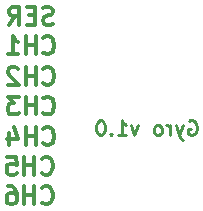
<source format=gbr>
%TF.GenerationSoftware,KiCad,Pcbnew,9.0.0*%
%TF.CreationDate,2025-06-23T18:52:12-04:00*%
%TF.ProjectId,CRSF_PWM_Gyro,43525346-5f50-4574-9d5f-4779726f2e6b,rev?*%
%TF.SameCoordinates,Original*%
%TF.FileFunction,Legend,Bot*%
%TF.FilePolarity,Positive*%
%FSLAX46Y46*%
G04 Gerber Fmt 4.6, Leading zero omitted, Abs format (unit mm)*
G04 Created by KiCad (PCBNEW 9.0.0) date 2025-06-23 18:52:12*
%MOMM*%
%LPD*%
G01*
G04 APERTURE LIST*
%ADD10C,0.300000*%
%ADD11C,0.250000*%
G04 APERTURE END LIST*
D10*
X131483082Y-96635471D02*
X131554510Y-96706900D01*
X131554510Y-96706900D02*
X131768796Y-96778328D01*
X131768796Y-96778328D02*
X131911653Y-96778328D01*
X131911653Y-96778328D02*
X132125939Y-96706900D01*
X132125939Y-96706900D02*
X132268796Y-96564042D01*
X132268796Y-96564042D02*
X132340225Y-96421185D01*
X132340225Y-96421185D02*
X132411653Y-96135471D01*
X132411653Y-96135471D02*
X132411653Y-95921185D01*
X132411653Y-95921185D02*
X132340225Y-95635471D01*
X132340225Y-95635471D02*
X132268796Y-95492614D01*
X132268796Y-95492614D02*
X132125939Y-95349757D01*
X132125939Y-95349757D02*
X131911653Y-95278328D01*
X131911653Y-95278328D02*
X131768796Y-95278328D01*
X131768796Y-95278328D02*
X131554510Y-95349757D01*
X131554510Y-95349757D02*
X131483082Y-95421185D01*
X130840225Y-96778328D02*
X130840225Y-95278328D01*
X130840225Y-95992614D02*
X129983082Y-95992614D01*
X129983082Y-96778328D02*
X129983082Y-95278328D01*
X128625939Y-95278328D02*
X128911653Y-95278328D01*
X128911653Y-95278328D02*
X129054510Y-95349757D01*
X129054510Y-95349757D02*
X129125939Y-95421185D01*
X129125939Y-95421185D02*
X129268796Y-95635471D01*
X129268796Y-95635471D02*
X129340224Y-95921185D01*
X129340224Y-95921185D02*
X129340224Y-96492614D01*
X129340224Y-96492614D02*
X129268796Y-96635471D01*
X129268796Y-96635471D02*
X129197367Y-96706900D01*
X129197367Y-96706900D02*
X129054510Y-96778328D01*
X129054510Y-96778328D02*
X128768796Y-96778328D01*
X128768796Y-96778328D02*
X128625939Y-96706900D01*
X128625939Y-96706900D02*
X128554510Y-96635471D01*
X128554510Y-96635471D02*
X128483081Y-96492614D01*
X128483081Y-96492614D02*
X128483081Y-96135471D01*
X128483081Y-96135471D02*
X128554510Y-95992614D01*
X128554510Y-95992614D02*
X128625939Y-95921185D01*
X128625939Y-95921185D02*
X128768796Y-95849757D01*
X128768796Y-95849757D02*
X129054510Y-95849757D01*
X129054510Y-95849757D02*
X129197367Y-95921185D01*
X129197367Y-95921185D02*
X129268796Y-95992614D01*
X129268796Y-95992614D02*
X129340224Y-96135471D01*
X131483082Y-94135471D02*
X131554510Y-94206900D01*
X131554510Y-94206900D02*
X131768796Y-94278328D01*
X131768796Y-94278328D02*
X131911653Y-94278328D01*
X131911653Y-94278328D02*
X132125939Y-94206900D01*
X132125939Y-94206900D02*
X132268796Y-94064042D01*
X132268796Y-94064042D02*
X132340225Y-93921185D01*
X132340225Y-93921185D02*
X132411653Y-93635471D01*
X132411653Y-93635471D02*
X132411653Y-93421185D01*
X132411653Y-93421185D02*
X132340225Y-93135471D01*
X132340225Y-93135471D02*
X132268796Y-92992614D01*
X132268796Y-92992614D02*
X132125939Y-92849757D01*
X132125939Y-92849757D02*
X131911653Y-92778328D01*
X131911653Y-92778328D02*
X131768796Y-92778328D01*
X131768796Y-92778328D02*
X131554510Y-92849757D01*
X131554510Y-92849757D02*
X131483082Y-92921185D01*
X130840225Y-94278328D02*
X130840225Y-92778328D01*
X130840225Y-93492614D02*
X129983082Y-93492614D01*
X129983082Y-94278328D02*
X129983082Y-92778328D01*
X128554510Y-92778328D02*
X129268796Y-92778328D01*
X129268796Y-92778328D02*
X129340224Y-93492614D01*
X129340224Y-93492614D02*
X129268796Y-93421185D01*
X129268796Y-93421185D02*
X129125939Y-93349757D01*
X129125939Y-93349757D02*
X128768796Y-93349757D01*
X128768796Y-93349757D02*
X128625939Y-93421185D01*
X128625939Y-93421185D02*
X128554510Y-93492614D01*
X128554510Y-93492614D02*
X128483081Y-93635471D01*
X128483081Y-93635471D02*
X128483081Y-93992614D01*
X128483081Y-93992614D02*
X128554510Y-94135471D01*
X128554510Y-94135471D02*
X128625939Y-94206900D01*
X128625939Y-94206900D02*
X128768796Y-94278328D01*
X128768796Y-94278328D02*
X129125939Y-94278328D01*
X129125939Y-94278328D02*
X129268796Y-94206900D01*
X129268796Y-94206900D02*
X129340224Y-94135471D01*
X131583082Y-89035471D02*
X131654510Y-89106900D01*
X131654510Y-89106900D02*
X131868796Y-89178328D01*
X131868796Y-89178328D02*
X132011653Y-89178328D01*
X132011653Y-89178328D02*
X132225939Y-89106900D01*
X132225939Y-89106900D02*
X132368796Y-88964042D01*
X132368796Y-88964042D02*
X132440225Y-88821185D01*
X132440225Y-88821185D02*
X132511653Y-88535471D01*
X132511653Y-88535471D02*
X132511653Y-88321185D01*
X132511653Y-88321185D02*
X132440225Y-88035471D01*
X132440225Y-88035471D02*
X132368796Y-87892614D01*
X132368796Y-87892614D02*
X132225939Y-87749757D01*
X132225939Y-87749757D02*
X132011653Y-87678328D01*
X132011653Y-87678328D02*
X131868796Y-87678328D01*
X131868796Y-87678328D02*
X131654510Y-87749757D01*
X131654510Y-87749757D02*
X131583082Y-87821185D01*
X130940225Y-89178328D02*
X130940225Y-87678328D01*
X130940225Y-88392614D02*
X130083082Y-88392614D01*
X130083082Y-89178328D02*
X130083082Y-87678328D01*
X129511653Y-87678328D02*
X128583081Y-87678328D01*
X128583081Y-87678328D02*
X129083081Y-88249757D01*
X129083081Y-88249757D02*
X128868796Y-88249757D01*
X128868796Y-88249757D02*
X128725939Y-88321185D01*
X128725939Y-88321185D02*
X128654510Y-88392614D01*
X128654510Y-88392614D02*
X128583081Y-88535471D01*
X128583081Y-88535471D02*
X128583081Y-88892614D01*
X128583081Y-88892614D02*
X128654510Y-89035471D01*
X128654510Y-89035471D02*
X128725939Y-89106900D01*
X128725939Y-89106900D02*
X128868796Y-89178328D01*
X128868796Y-89178328D02*
X129297367Y-89178328D01*
X129297367Y-89178328D02*
X129440224Y-89106900D01*
X129440224Y-89106900D02*
X129511653Y-89035471D01*
D11*
X143883146Y-89743547D02*
X144002193Y-89684023D01*
X144002193Y-89684023D02*
X144180765Y-89684023D01*
X144180765Y-89684023D02*
X144359336Y-89743547D01*
X144359336Y-89743547D02*
X144478384Y-89862595D01*
X144478384Y-89862595D02*
X144537907Y-89981642D01*
X144537907Y-89981642D02*
X144597431Y-90219738D01*
X144597431Y-90219738D02*
X144597431Y-90398309D01*
X144597431Y-90398309D02*
X144537907Y-90636404D01*
X144537907Y-90636404D02*
X144478384Y-90755452D01*
X144478384Y-90755452D02*
X144359336Y-90874500D01*
X144359336Y-90874500D02*
X144180765Y-90934023D01*
X144180765Y-90934023D02*
X144061717Y-90934023D01*
X144061717Y-90934023D02*
X143883146Y-90874500D01*
X143883146Y-90874500D02*
X143823622Y-90814976D01*
X143823622Y-90814976D02*
X143823622Y-90398309D01*
X143823622Y-90398309D02*
X144061717Y-90398309D01*
X143406955Y-90100690D02*
X143109336Y-90934023D01*
X142811717Y-90100690D02*
X143109336Y-90934023D01*
X143109336Y-90934023D02*
X143228384Y-91231642D01*
X143228384Y-91231642D02*
X143287907Y-91291166D01*
X143287907Y-91291166D02*
X143406955Y-91350690D01*
X142335526Y-90934023D02*
X142335526Y-90100690D01*
X142335526Y-90338785D02*
X142276003Y-90219738D01*
X142276003Y-90219738D02*
X142216479Y-90160214D01*
X142216479Y-90160214D02*
X142097431Y-90100690D01*
X142097431Y-90100690D02*
X141978384Y-90100690D01*
X141383145Y-90934023D02*
X141502193Y-90874500D01*
X141502193Y-90874500D02*
X141561716Y-90814976D01*
X141561716Y-90814976D02*
X141621240Y-90695928D01*
X141621240Y-90695928D02*
X141621240Y-90338785D01*
X141621240Y-90338785D02*
X141561716Y-90219738D01*
X141561716Y-90219738D02*
X141502193Y-90160214D01*
X141502193Y-90160214D02*
X141383145Y-90100690D01*
X141383145Y-90100690D02*
X141204574Y-90100690D01*
X141204574Y-90100690D02*
X141085526Y-90160214D01*
X141085526Y-90160214D02*
X141026002Y-90219738D01*
X141026002Y-90219738D02*
X140966478Y-90338785D01*
X140966478Y-90338785D02*
X140966478Y-90695928D01*
X140966478Y-90695928D02*
X141026002Y-90814976D01*
X141026002Y-90814976D02*
X141085526Y-90874500D01*
X141085526Y-90874500D02*
X141204574Y-90934023D01*
X141204574Y-90934023D02*
X141383145Y-90934023D01*
X139597431Y-90100690D02*
X139299812Y-90934023D01*
X139299812Y-90934023D02*
X139002193Y-90100690D01*
X137871241Y-90934023D02*
X138585526Y-90934023D01*
X138228383Y-90934023D02*
X138228383Y-89684023D01*
X138228383Y-89684023D02*
X138347431Y-89862595D01*
X138347431Y-89862595D02*
X138466479Y-89981642D01*
X138466479Y-89981642D02*
X138585526Y-90041166D01*
X137335526Y-90814976D02*
X137276003Y-90874500D01*
X137276003Y-90874500D02*
X137335526Y-90934023D01*
X137335526Y-90934023D02*
X137395050Y-90874500D01*
X137395050Y-90874500D02*
X137335526Y-90814976D01*
X137335526Y-90814976D02*
X137335526Y-90934023D01*
X136502193Y-89684023D02*
X136383146Y-89684023D01*
X136383146Y-89684023D02*
X136264098Y-89743547D01*
X136264098Y-89743547D02*
X136204574Y-89803071D01*
X136204574Y-89803071D02*
X136145050Y-89922119D01*
X136145050Y-89922119D02*
X136085527Y-90160214D01*
X136085527Y-90160214D02*
X136085527Y-90457833D01*
X136085527Y-90457833D02*
X136145050Y-90695928D01*
X136145050Y-90695928D02*
X136204574Y-90814976D01*
X136204574Y-90814976D02*
X136264098Y-90874500D01*
X136264098Y-90874500D02*
X136383146Y-90934023D01*
X136383146Y-90934023D02*
X136502193Y-90934023D01*
X136502193Y-90934023D02*
X136621241Y-90874500D01*
X136621241Y-90874500D02*
X136680765Y-90814976D01*
X136680765Y-90814976D02*
X136740288Y-90695928D01*
X136740288Y-90695928D02*
X136799812Y-90457833D01*
X136799812Y-90457833D02*
X136799812Y-90160214D01*
X136799812Y-90160214D02*
X136740288Y-89922119D01*
X136740288Y-89922119D02*
X136680765Y-89803071D01*
X136680765Y-89803071D02*
X136621241Y-89743547D01*
X136621241Y-89743547D02*
X136502193Y-89684023D01*
D10*
X131583082Y-83935471D02*
X131654510Y-84006900D01*
X131654510Y-84006900D02*
X131868796Y-84078328D01*
X131868796Y-84078328D02*
X132011653Y-84078328D01*
X132011653Y-84078328D02*
X132225939Y-84006900D01*
X132225939Y-84006900D02*
X132368796Y-83864042D01*
X132368796Y-83864042D02*
X132440225Y-83721185D01*
X132440225Y-83721185D02*
X132511653Y-83435471D01*
X132511653Y-83435471D02*
X132511653Y-83221185D01*
X132511653Y-83221185D02*
X132440225Y-82935471D01*
X132440225Y-82935471D02*
X132368796Y-82792614D01*
X132368796Y-82792614D02*
X132225939Y-82649757D01*
X132225939Y-82649757D02*
X132011653Y-82578328D01*
X132011653Y-82578328D02*
X131868796Y-82578328D01*
X131868796Y-82578328D02*
X131654510Y-82649757D01*
X131654510Y-82649757D02*
X131583082Y-82721185D01*
X130940225Y-84078328D02*
X130940225Y-82578328D01*
X130940225Y-83292614D02*
X130083082Y-83292614D01*
X130083082Y-84078328D02*
X130083082Y-82578328D01*
X128583081Y-84078328D02*
X129440224Y-84078328D01*
X129011653Y-84078328D02*
X129011653Y-82578328D01*
X129011653Y-82578328D02*
X129154510Y-82792614D01*
X129154510Y-82792614D02*
X129297367Y-82935471D01*
X129297367Y-82935471D02*
X129440224Y-83006900D01*
X131583082Y-91635471D02*
X131654510Y-91706900D01*
X131654510Y-91706900D02*
X131868796Y-91778328D01*
X131868796Y-91778328D02*
X132011653Y-91778328D01*
X132011653Y-91778328D02*
X132225939Y-91706900D01*
X132225939Y-91706900D02*
X132368796Y-91564042D01*
X132368796Y-91564042D02*
X132440225Y-91421185D01*
X132440225Y-91421185D02*
X132511653Y-91135471D01*
X132511653Y-91135471D02*
X132511653Y-90921185D01*
X132511653Y-90921185D02*
X132440225Y-90635471D01*
X132440225Y-90635471D02*
X132368796Y-90492614D01*
X132368796Y-90492614D02*
X132225939Y-90349757D01*
X132225939Y-90349757D02*
X132011653Y-90278328D01*
X132011653Y-90278328D02*
X131868796Y-90278328D01*
X131868796Y-90278328D02*
X131654510Y-90349757D01*
X131654510Y-90349757D02*
X131583082Y-90421185D01*
X130940225Y-91778328D02*
X130940225Y-90278328D01*
X130940225Y-90992614D02*
X130083082Y-90992614D01*
X130083082Y-91778328D02*
X130083082Y-90278328D01*
X128725939Y-90778328D02*
X128725939Y-91778328D01*
X129083081Y-90206900D02*
X129440224Y-91278328D01*
X129440224Y-91278328D02*
X128511653Y-91278328D01*
X132397367Y-81506900D02*
X132183082Y-81578328D01*
X132183082Y-81578328D02*
X131825939Y-81578328D01*
X131825939Y-81578328D02*
X131683082Y-81506900D01*
X131683082Y-81506900D02*
X131611653Y-81435471D01*
X131611653Y-81435471D02*
X131540224Y-81292614D01*
X131540224Y-81292614D02*
X131540224Y-81149757D01*
X131540224Y-81149757D02*
X131611653Y-81006900D01*
X131611653Y-81006900D02*
X131683082Y-80935471D01*
X131683082Y-80935471D02*
X131825939Y-80864042D01*
X131825939Y-80864042D02*
X132111653Y-80792614D01*
X132111653Y-80792614D02*
X132254510Y-80721185D01*
X132254510Y-80721185D02*
X132325939Y-80649757D01*
X132325939Y-80649757D02*
X132397367Y-80506900D01*
X132397367Y-80506900D02*
X132397367Y-80364042D01*
X132397367Y-80364042D02*
X132325939Y-80221185D01*
X132325939Y-80221185D02*
X132254510Y-80149757D01*
X132254510Y-80149757D02*
X132111653Y-80078328D01*
X132111653Y-80078328D02*
X131754510Y-80078328D01*
X131754510Y-80078328D02*
X131540224Y-80149757D01*
X130897368Y-80792614D02*
X130397368Y-80792614D01*
X130183082Y-81578328D02*
X130897368Y-81578328D01*
X130897368Y-81578328D02*
X130897368Y-80078328D01*
X130897368Y-80078328D02*
X130183082Y-80078328D01*
X128683082Y-81578328D02*
X129183082Y-80864042D01*
X129540225Y-81578328D02*
X129540225Y-80078328D01*
X129540225Y-80078328D02*
X128968796Y-80078328D01*
X128968796Y-80078328D02*
X128825939Y-80149757D01*
X128825939Y-80149757D02*
X128754510Y-80221185D01*
X128754510Y-80221185D02*
X128683082Y-80364042D01*
X128683082Y-80364042D02*
X128683082Y-80578328D01*
X128683082Y-80578328D02*
X128754510Y-80721185D01*
X128754510Y-80721185D02*
X128825939Y-80792614D01*
X128825939Y-80792614D02*
X128968796Y-80864042D01*
X128968796Y-80864042D02*
X129540225Y-80864042D01*
X131583082Y-86535471D02*
X131654510Y-86606900D01*
X131654510Y-86606900D02*
X131868796Y-86678328D01*
X131868796Y-86678328D02*
X132011653Y-86678328D01*
X132011653Y-86678328D02*
X132225939Y-86606900D01*
X132225939Y-86606900D02*
X132368796Y-86464042D01*
X132368796Y-86464042D02*
X132440225Y-86321185D01*
X132440225Y-86321185D02*
X132511653Y-86035471D01*
X132511653Y-86035471D02*
X132511653Y-85821185D01*
X132511653Y-85821185D02*
X132440225Y-85535471D01*
X132440225Y-85535471D02*
X132368796Y-85392614D01*
X132368796Y-85392614D02*
X132225939Y-85249757D01*
X132225939Y-85249757D02*
X132011653Y-85178328D01*
X132011653Y-85178328D02*
X131868796Y-85178328D01*
X131868796Y-85178328D02*
X131654510Y-85249757D01*
X131654510Y-85249757D02*
X131583082Y-85321185D01*
X130940225Y-86678328D02*
X130940225Y-85178328D01*
X130940225Y-85892614D02*
X130083082Y-85892614D01*
X130083082Y-86678328D02*
X130083082Y-85178328D01*
X129440224Y-85321185D02*
X129368796Y-85249757D01*
X129368796Y-85249757D02*
X129225939Y-85178328D01*
X129225939Y-85178328D02*
X128868796Y-85178328D01*
X128868796Y-85178328D02*
X128725939Y-85249757D01*
X128725939Y-85249757D02*
X128654510Y-85321185D01*
X128654510Y-85321185D02*
X128583081Y-85464042D01*
X128583081Y-85464042D02*
X128583081Y-85606900D01*
X128583081Y-85606900D02*
X128654510Y-85821185D01*
X128654510Y-85821185D02*
X129511653Y-86678328D01*
X129511653Y-86678328D02*
X128583081Y-86678328D01*
M02*

</source>
